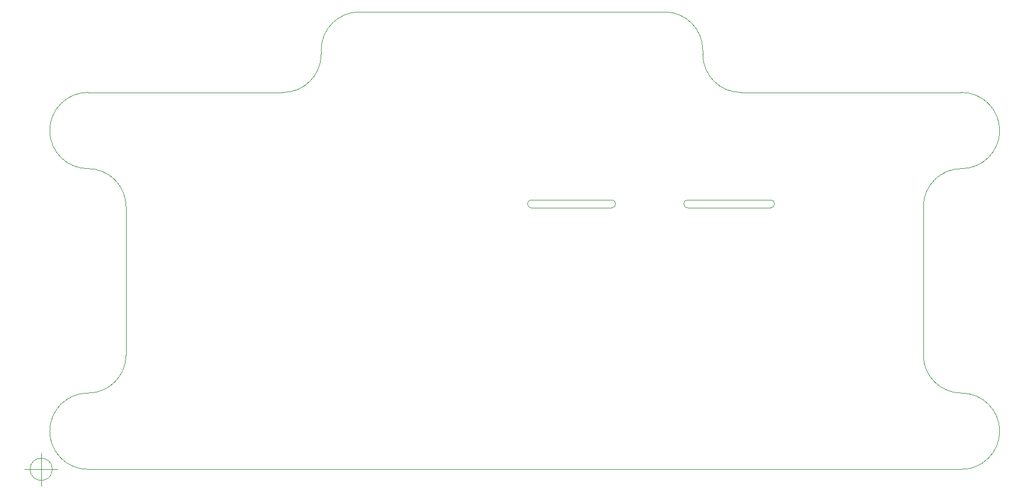
<source format=gbr>
%TF.GenerationSoftware,KiCad,Pcbnew,(6.0.1)*%
%TF.CreationDate,2023-02-17T13:15:31+03:00*%
%TF.ProjectId,_______ IGBT,14403039-3235-4402-9049-4742542e6b69,rev?*%
%TF.SameCoordinates,Original*%
%TF.FileFunction,Profile,NP*%
%FSLAX46Y46*%
G04 Gerber Fmt 4.6, Leading zero omitted, Abs format (unit mm)*
G04 Created by KiCad (PCBNEW (6.0.1)) date 2023-02-17 13:15:31*
%MOMM*%
%LPD*%
G01*
G04 APERTURE LIST*
%TA.AperFunction,Profile*%
%ADD10C,0.050000*%
%TD*%
G04 APERTURE END LIST*
D10*
X216889300Y-109933600D02*
X216889300Y-87708600D01*
X178154300Y-58498600D02*
X132434300Y-58498600D01*
X97509300Y-109933600D02*
X97509300Y-87708600D01*
X97509300Y-87708600D02*
G75*
G03*
X91794300Y-81993600I-5715001J-1D01*
G01*
X183869300Y-64848600D02*
G75*
G03*
X189584300Y-70563600I5715001J1D01*
G01*
X126719300Y-64848600D02*
X126719300Y-64213600D01*
X183869300Y-64848600D02*
X183869300Y-64213600D01*
X132434300Y-58498600D02*
G75*
G03*
X126719300Y-64213600I1J-5715001D01*
G01*
X194009300Y-86678600D02*
X181609300Y-86678600D01*
X86079300Y-121363600D02*
G75*
G03*
X91794300Y-127078600I5715001J1D01*
G01*
X91794300Y-70563600D02*
G75*
G03*
X86079300Y-76278600I1J-5715001D01*
G01*
X222604300Y-70563600D02*
X189584300Y-70563600D01*
X86079300Y-76278600D02*
G75*
G03*
X91794300Y-81993600I5715001J1D01*
G01*
X158209300Y-86678600D02*
G75*
G03*
X158209300Y-87878600I0J-600000D01*
G01*
X91794300Y-70563600D02*
X121004300Y-70563600D01*
X222604300Y-81993600D02*
G75*
G03*
X228319300Y-76278600I-1J5715001D01*
G01*
X194009300Y-87878600D02*
G75*
G03*
X194009300Y-86678600I0J600000D01*
G01*
X222604300Y-127078600D02*
X91794300Y-127078600D01*
X170209300Y-87878600D02*
X158209300Y-87878600D01*
X91794300Y-115648600D02*
G75*
G03*
X97509300Y-109933600I-1J5715001D01*
G01*
X228319300Y-121363600D02*
G75*
G03*
X222604300Y-115648600I-5715001J-1D01*
G01*
X222604300Y-81993600D02*
G75*
G03*
X216889300Y-87708600I1J-5715001D01*
G01*
X228319300Y-76278600D02*
G75*
G03*
X222604300Y-70563600I-5715001J-1D01*
G01*
X181609300Y-86678600D02*
G75*
G03*
X181609300Y-87878600I0J-600000D01*
G01*
X121004300Y-70563600D02*
G75*
G03*
X126719300Y-64848600I-1J5715001D01*
G01*
X158209300Y-86678600D02*
X170209300Y-86678600D01*
X170209300Y-87878600D02*
G75*
G03*
X170209300Y-86678600I0J600000D01*
G01*
X216889300Y-109933600D02*
G75*
G03*
X222604300Y-115648600I5715001J1D01*
G01*
X183869300Y-64213600D02*
G75*
G03*
X178154300Y-58498600I-5715001J-1D01*
G01*
X181609300Y-87878600D02*
X194009300Y-87878600D01*
X222604300Y-127078600D02*
G75*
G03*
X228319300Y-121363600I-1J5715001D01*
G01*
X91794300Y-115648600D02*
G75*
G03*
X86079300Y-121363600I1J-5715001D01*
G01*
X86475966Y-127078600D02*
G75*
G03*
X86475966Y-127078600I-1666666J0D01*
G01*
X82309300Y-127078600D02*
X87309300Y-127078600D01*
X84809300Y-124578600D02*
X84809300Y-129578600D01*
M02*

</source>
